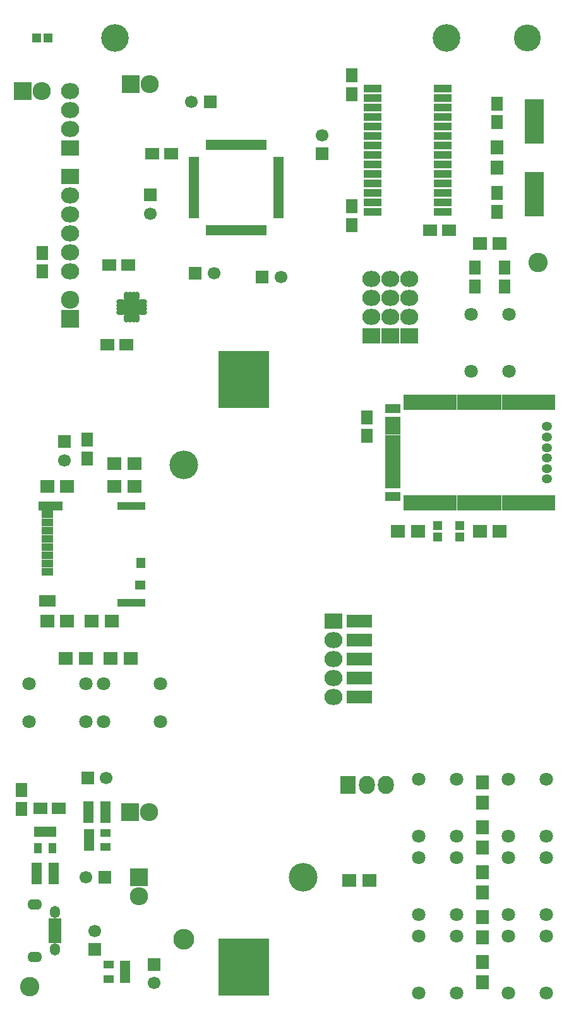
<source format=gts>
G04 #@! TF.FileFunction,Soldermask,Top*
%FSLAX46Y46*%
G04 Gerber Fmt 4.6, Leading zero omitted, Abs format (unit mm)*
G04 Created by KiCad (PCBNEW 4.0.2-stable) date Sat 27 Feb 2016 06:16:26 AM EST*
%MOMM*%
G01*
G04 APERTURE LIST*
%ADD10C,0.100000*%
%ADD11C,2.600000*%
%ADD12R,2.127200X2.432000*%
%ADD13O,2.127200X2.432000*%
%ADD14R,2.432000X2.127200*%
%ADD15O,2.432000X2.127200*%
%ADD16O,3.850000X3.850000*%
%ADD17R,6.750000X7.740000*%
%ADD18O,2.790000X2.790000*%
%ADD19R,3.450000X1.670000*%
%ADD20R,1.700000X1.700000*%
%ADD21C,1.700000*%
%ADD22R,1.500000X1.100000*%
%ADD23R,3.200000X1.260000*%
%ADD24R,2.230000X1.540000*%
%ADD25R,3.730000X1.100000*%
%ADD26R,1.330000X1.300000*%
%ADD27R,1.180000X1.450000*%
%ADD28R,1.200000X2.000000*%
%ADD29R,2.000000X1.200000*%
%ADD30O,1.400000X1.200000*%
%ADD31R,1.900000X1.650000*%
%ADD32R,1.650000X1.900000*%
%ADD33R,1.421080X2.940000*%
%ADD34R,1.750000X0.800000*%
%ADD35O,1.350000X1.650000*%
%ADD36O,1.950000X1.400000*%
%ADD37C,1.797000*%
%ADD38R,1.050000X1.460000*%
%ADD39R,1.460000X1.050000*%
%ADD40R,1.400000X0.650000*%
%ADD41R,0.650000X1.400000*%
%ADD42O,1.150000X0.700000*%
%ADD43O,0.700000X1.150000*%
%ADD44R,1.300000X1.300000*%
%ADD45R,2.400000X1.000000*%
%ADD46R,1.197560X1.197560*%
%ADD47R,1.900000X1.700000*%
%ADD48R,1.700000X1.900000*%
%ADD49R,2.500580X6.000700*%
%ADD50R,2.432000X2.432000*%
%ADD51O,2.432000X2.432000*%
%ADD52O,3.702000X3.702000*%
%ADD53C,3.600000*%
G04 APERTURE END LIST*
D10*
D11*
X40300000Y-172000000D03*
D12*
X83000000Y-145000000D03*
D13*
X85540000Y-145000000D03*
X88080000Y-145000000D03*
D14*
X86150000Y-84820000D03*
D15*
X86150000Y-82280000D03*
X86150000Y-79740000D03*
X86150000Y-77200000D03*
D16*
X61000000Y-102130000D03*
D17*
X69000000Y-169330000D03*
X69000000Y-90670000D03*
D18*
X61000000Y-165660000D03*
D16*
X77000000Y-157330000D03*
D14*
X81000000Y-123000000D03*
D15*
X81000000Y-125540000D03*
X81000000Y-128080000D03*
X81000000Y-130620000D03*
X81000000Y-133160000D03*
D19*
X84490000Y-123000000D03*
X84490000Y-125540000D03*
X84490000Y-128080000D03*
X84490000Y-130620000D03*
X84490000Y-133160000D03*
D20*
X50350000Y-157350000D03*
D21*
X47850000Y-157350000D03*
D22*
X42650000Y-114250000D03*
X42650000Y-110950000D03*
D23*
X43150000Y-107670000D03*
D22*
X42650000Y-108750000D03*
X42650000Y-109850000D03*
X42650000Y-112050000D03*
X42650000Y-113150000D03*
X42650000Y-115350000D03*
X42650000Y-116450000D03*
D24*
X42665000Y-120330000D03*
D25*
X53915000Y-120550000D03*
D26*
X55115000Y-118240000D03*
D27*
X55190000Y-115290000D03*
D25*
X53915000Y-107590000D03*
D28*
X91000000Y-107250000D03*
D29*
X89000000Y-106400000D03*
X89000000Y-96300000D03*
D28*
X110200000Y-93750000D03*
X109000000Y-93750000D03*
X107800000Y-93750000D03*
X106600000Y-93750000D03*
X105400000Y-93750000D03*
X104200000Y-93750000D03*
X103000000Y-93750000D03*
X101800000Y-93750000D03*
X100600000Y-93750000D03*
X99400000Y-93750000D03*
X98200000Y-93750000D03*
X97000000Y-93750000D03*
X95800000Y-93750000D03*
X94600000Y-93750000D03*
X93400000Y-93750000D03*
X92200000Y-93750000D03*
X91000000Y-93750000D03*
D29*
X89000000Y-94600000D03*
X89000000Y-97500000D03*
X89000000Y-98700000D03*
X89000000Y-99900000D03*
X89000000Y-101100000D03*
X89000000Y-102300000D03*
X89000000Y-103500000D03*
X89000000Y-104700000D03*
D28*
X92200000Y-107250000D03*
X93400000Y-107250000D03*
X94600000Y-107250000D03*
X95800000Y-107250000D03*
X97000000Y-107250000D03*
X98200000Y-107250000D03*
X99400000Y-107250000D03*
X100600000Y-107250000D03*
X101800000Y-107250000D03*
X103000000Y-107250000D03*
X104200000Y-107250000D03*
X105400000Y-107250000D03*
X106600000Y-107250000D03*
X107800000Y-107250000D03*
X109000000Y-107250000D03*
X110200000Y-107250000D03*
D30*
X109700000Y-104000000D03*
X109700000Y-102600000D03*
X109700000Y-101200000D03*
X109700000Y-99800000D03*
X109700000Y-98400000D03*
X109700000Y-97000000D03*
D20*
X49000000Y-167000000D03*
D21*
X49000000Y-164500000D03*
D31*
X56750000Y-60500000D03*
X59250000Y-60500000D03*
D20*
X56500000Y-66000000D03*
D21*
X56500000Y-68500000D03*
D32*
X39200000Y-148150000D03*
X39200000Y-145650000D03*
D20*
X57000000Y-169000000D03*
D21*
X57000000Y-171500000D03*
D20*
X62500000Y-76500000D03*
D21*
X65000000Y-76500000D03*
D20*
X64500000Y-53500000D03*
D21*
X62000000Y-53500000D03*
D33*
X41254460Y-156800000D03*
X43545540Y-156800000D03*
X50455540Y-148580000D03*
X48164460Y-148580000D03*
D34*
X43662540Y-163199100D03*
X43662540Y-163849100D03*
X43662540Y-164499100D03*
X43662540Y-165149100D03*
X43662540Y-165799100D03*
D35*
X43662540Y-161999100D03*
X43662540Y-166999100D03*
D36*
X40962540Y-160999100D03*
X40962540Y-167999100D03*
D37*
X47810000Y-131460000D03*
X47810000Y-136540000D03*
X40190000Y-131460000D03*
X40190000Y-136540000D03*
X109540000Y-172810000D03*
X104460000Y-172810000D03*
X109540000Y-165190000D03*
X104460000Y-165190000D03*
X92460000Y-165190000D03*
X97540000Y-165190000D03*
X92460000Y-172810000D03*
X97540000Y-172810000D03*
X109540000Y-151810000D03*
X104460000Y-151810000D03*
X109540000Y-144190000D03*
X104460000Y-144190000D03*
X109540000Y-162310000D03*
X104460000Y-162310000D03*
X109540000Y-154690000D03*
X104460000Y-154690000D03*
X57810000Y-131460000D03*
X57810000Y-136540000D03*
X50190000Y-131460000D03*
X50190000Y-136540000D03*
X92460000Y-154690000D03*
X97540000Y-154690000D03*
X92460000Y-162310000D03*
X97540000Y-162310000D03*
X92460000Y-144190000D03*
X97540000Y-144190000D03*
X92460000Y-151810000D03*
X97540000Y-151810000D03*
D38*
X43350000Y-151200000D03*
X42400000Y-151200000D03*
X41450000Y-151200000D03*
X41450000Y-153400000D03*
X43350000Y-153400000D03*
D39*
X53100000Y-170950000D03*
X53100000Y-170000000D03*
X53100000Y-169050000D03*
X50900000Y-169050000D03*
X50900000Y-170950000D03*
D40*
X62300000Y-61250000D03*
X62300000Y-61750000D03*
X62300000Y-62250000D03*
X62300000Y-62750000D03*
X62300000Y-63250000D03*
X62300000Y-63750000D03*
X62300000Y-64250000D03*
X62300000Y-64750000D03*
X62300000Y-65250000D03*
X62300000Y-65750000D03*
X62300000Y-66250000D03*
X62300000Y-66750000D03*
X62300000Y-67250000D03*
X62300000Y-67750000D03*
X62300000Y-68250000D03*
X62300000Y-68750000D03*
D41*
X64250000Y-70700000D03*
X64750000Y-70700000D03*
X65250000Y-70700000D03*
X65750000Y-70700000D03*
X66250000Y-70700000D03*
X66750000Y-70700000D03*
X67250000Y-70700000D03*
X67750000Y-70700000D03*
X68250000Y-70700000D03*
X68750000Y-70700000D03*
X69250000Y-70700000D03*
X69750000Y-70700000D03*
X70250000Y-70700000D03*
X70750000Y-70700000D03*
X71250000Y-70700000D03*
X71750000Y-70700000D03*
D40*
X73700000Y-68750000D03*
X73700000Y-68250000D03*
X73700000Y-67750000D03*
X73700000Y-67250000D03*
X73700000Y-66750000D03*
X73700000Y-66250000D03*
X73700000Y-65750000D03*
X73700000Y-65250000D03*
X73700000Y-64750000D03*
X73700000Y-64250000D03*
X73700000Y-63750000D03*
X73700000Y-63250000D03*
X73700000Y-62750000D03*
X73700000Y-62250000D03*
X73700000Y-61750000D03*
X73700000Y-61250000D03*
D41*
X71750000Y-59300000D03*
X71250000Y-59300000D03*
X70750000Y-59300000D03*
X70250000Y-59300000D03*
X69750000Y-59300000D03*
X69250000Y-59300000D03*
X68750000Y-59300000D03*
X68250000Y-59300000D03*
X67750000Y-59300000D03*
X67250000Y-59300000D03*
X66750000Y-59300000D03*
X66250000Y-59300000D03*
X65750000Y-59300000D03*
X65250000Y-59300000D03*
X64750000Y-59300000D03*
X64250000Y-59300000D03*
D14*
X45720000Y-59690000D03*
D15*
X45720000Y-57150000D03*
X45720000Y-54610000D03*
X45720000Y-52070000D03*
D42*
X55475000Y-81750000D03*
X55475000Y-81250000D03*
X55475000Y-80750000D03*
X55475000Y-80250000D03*
D43*
X54750000Y-79525000D03*
X54250000Y-79525000D03*
X53750000Y-79525000D03*
X53250000Y-79525000D03*
D42*
X52525000Y-80250000D03*
X52525000Y-80750000D03*
X52525000Y-81250000D03*
X52525000Y-81750000D03*
D43*
X53250000Y-82475000D03*
X53750000Y-82475000D03*
X54250000Y-82475000D03*
X54750000Y-82475000D03*
D44*
X53550000Y-80550000D03*
X53550000Y-81450000D03*
X54450000Y-80550000D03*
X54450000Y-81450000D03*
D45*
X86300000Y-51745000D03*
X86300000Y-53015000D03*
X86300000Y-54285000D03*
X86300000Y-55555000D03*
X86300000Y-56825000D03*
X86300000Y-58095000D03*
X86300000Y-59365000D03*
X86300000Y-60635000D03*
X86300000Y-61905000D03*
X86300000Y-63175000D03*
X86300000Y-64445000D03*
X86300000Y-65715000D03*
X86300000Y-66985000D03*
X86300000Y-68255000D03*
X95700000Y-68255000D03*
X95700000Y-66985000D03*
X95700000Y-65715000D03*
X95700000Y-64445000D03*
X95700000Y-63175000D03*
X95700000Y-61905000D03*
X95700000Y-60635000D03*
X95700000Y-59365000D03*
X95700000Y-58095000D03*
X95700000Y-56825000D03*
X95700000Y-55555000D03*
X95700000Y-54285000D03*
X95700000Y-53015000D03*
X95700000Y-51745000D03*
D32*
X48000000Y-101250000D03*
X48000000Y-98750000D03*
D31*
X53500000Y-75350000D03*
X51000000Y-75350000D03*
X50750000Y-86000000D03*
X53250000Y-86000000D03*
D32*
X83500000Y-52500000D03*
X83500000Y-50000000D03*
X83500000Y-67500000D03*
X83500000Y-70000000D03*
D31*
X94000000Y-70750000D03*
X96500000Y-70750000D03*
D32*
X100000000Y-75750000D03*
X100000000Y-78250000D03*
X104000000Y-75750000D03*
X104000000Y-78250000D03*
X103000000Y-65750000D03*
X103000000Y-68250000D03*
X103000000Y-56250000D03*
X103000000Y-53750000D03*
D46*
X42749300Y-45000000D03*
X41250700Y-45000000D03*
X98000000Y-111749300D03*
X98000000Y-110250700D03*
X95000000Y-111749300D03*
X95000000Y-110250700D03*
D14*
X91230000Y-84820000D03*
D15*
X91230000Y-82280000D03*
X91230000Y-79740000D03*
X91230000Y-77200000D03*
D14*
X88690000Y-84820000D03*
D15*
X88690000Y-82280000D03*
X88690000Y-79740000D03*
X88690000Y-77200000D03*
D47*
X47850000Y-128000000D03*
X45150000Y-128000000D03*
D48*
X101000000Y-171350000D03*
X101000000Y-168650000D03*
D47*
X85850000Y-157750000D03*
X83150000Y-157750000D03*
D48*
X101000000Y-150650000D03*
X101000000Y-153350000D03*
X101000000Y-162650000D03*
X101000000Y-165350000D03*
D47*
X51150000Y-128000000D03*
X53850000Y-128000000D03*
D48*
X101000000Y-159350000D03*
X101000000Y-156650000D03*
X101000000Y-147350000D03*
X101000000Y-144650000D03*
D47*
X42650000Y-123000000D03*
X45350000Y-123000000D03*
X48650000Y-123000000D03*
X51350000Y-123000000D03*
X51650000Y-102000000D03*
X54350000Y-102000000D03*
X54350000Y-105000000D03*
X51650000Y-105000000D03*
X45350000Y-105000000D03*
X42650000Y-105000000D03*
X100650000Y-72500000D03*
X103350000Y-72500000D03*
D48*
X103000000Y-59650000D03*
X103000000Y-62350000D03*
D47*
X92350000Y-111000000D03*
X89650000Y-111000000D03*
X100650000Y-111000000D03*
X103350000Y-111000000D03*
D49*
X108000000Y-65848860D03*
X108000000Y-56151140D03*
D31*
X41750000Y-148100000D03*
X44250000Y-148100000D03*
D20*
X48100000Y-144000000D03*
D21*
X50600000Y-144000000D03*
D20*
X71500000Y-77000000D03*
D21*
X74000000Y-77000000D03*
D20*
X79500000Y-60500000D03*
D21*
X79500000Y-58000000D03*
D20*
X45000000Y-99000000D03*
D21*
X45000000Y-101500000D03*
D39*
X48250000Y-151400000D03*
X48250000Y-152350000D03*
X48250000Y-153300000D03*
X50450000Y-153300000D03*
X50450000Y-151400000D03*
D50*
X53900000Y-51200000D03*
D51*
X56440000Y-51200000D03*
D37*
X99460000Y-81990000D03*
X104540000Y-81990000D03*
X99460000Y-89610000D03*
X104540000Y-89610000D03*
D50*
X45720000Y-82550000D03*
D51*
X45720000Y-80010000D03*
D14*
X45720000Y-63500000D03*
D15*
X45720000Y-66040000D03*
X45720000Y-68580000D03*
X45720000Y-71120000D03*
X45720000Y-73660000D03*
X45720000Y-76200000D03*
D32*
X85500000Y-98250000D03*
X85500000Y-95750000D03*
X42000000Y-73750000D03*
X42000000Y-76250000D03*
D50*
X39370000Y-52070000D03*
D51*
X41910000Y-52070000D03*
D50*
X53800000Y-148600000D03*
D51*
X56340000Y-148600000D03*
D50*
X55000000Y-157300000D03*
D51*
X55000000Y-159840000D03*
D52*
X96225000Y-45000000D03*
X51775000Y-45000000D03*
D53*
X107000000Y-45000000D03*
D11*
X108500000Y-75000000D03*
M02*

</source>
